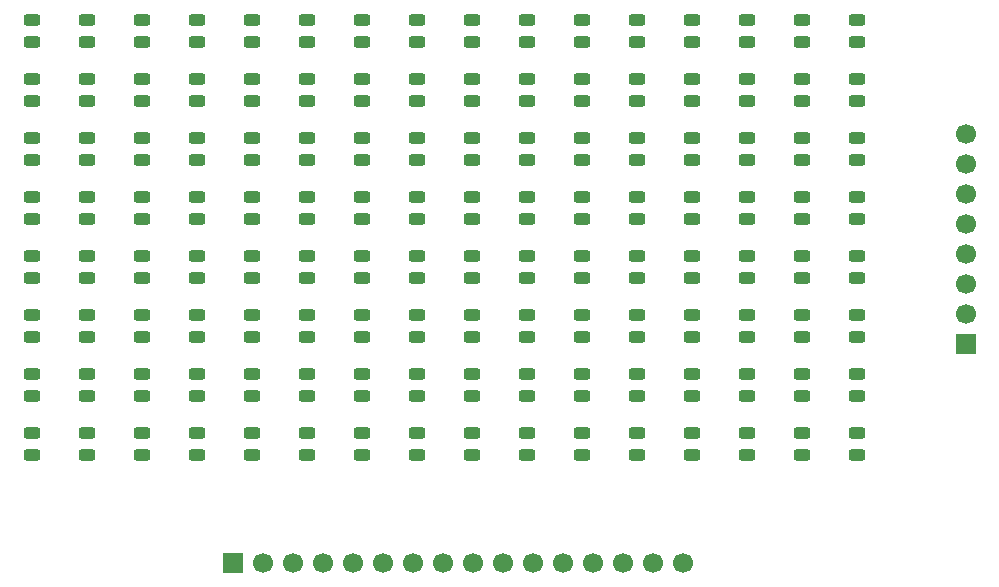
<source format=gbr>
%TF.GenerationSoftware,KiCad,Pcbnew,9.0.7-9.0.7~ubuntu24.04.1*%
%TF.CreationDate,2026-02-22T00:30:48+00:00*%
%TF.ProjectId,led-matrix,6c65642d-6d61-4747-9269-782e6b696361,rev?*%
%TF.SameCoordinates,Original*%
%TF.FileFunction,Soldermask,Top*%
%TF.FilePolarity,Negative*%
%FSLAX46Y46*%
G04 Gerber Fmt 4.6, Leading zero omitted, Abs format (unit mm)*
G04 Created by KiCad (PCBNEW 9.0.7-9.0.7~ubuntu24.04.1) date 2026-02-22 00:30:48*
%MOMM*%
%LPD*%
G01*
G04 APERTURE LIST*
G04 Aperture macros list*
%AMRoundRect*
0 Rectangle with rounded corners*
0 $1 Rounding radius*
0 $2 $3 $4 $5 $6 $7 $8 $9 X,Y pos of 4 corners*
0 Add a 4 corners polygon primitive as box body*
4,1,4,$2,$3,$4,$5,$6,$7,$8,$9,$2,$3,0*
0 Add four circle primitives for the rounded corners*
1,1,$1+$1,$2,$3*
1,1,$1+$1,$4,$5*
1,1,$1+$1,$6,$7*
1,1,$1+$1,$8,$9*
0 Add four rect primitives between the rounded corners*
20,1,$1+$1,$2,$3,$4,$5,0*
20,1,$1+$1,$4,$5,$6,$7,0*
20,1,$1+$1,$6,$7,$8,$9,0*
20,1,$1+$1,$8,$9,$2,$3,0*%
G04 Aperture macros list end*
%ADD10RoundRect,0.243750X0.456250X-0.243750X0.456250X0.243750X-0.456250X0.243750X-0.456250X-0.243750X0*%
%ADD11R,1.700000X1.700000*%
%ADD12C,1.700000*%
G04 APERTURE END LIST*
D10*
%TO.C,D10*%
X115381250Y-36900000D03*
X115381250Y-35025000D03*
%TD*%
D11*
%TO.C,U1*%
X152500000Y-62500000D03*
D12*
X152500000Y-59960000D03*
X152500000Y-57420000D03*
X152500000Y-54880000D03*
X152500000Y-52340000D03*
X152500000Y-49800000D03*
X152500000Y-47260000D03*
X152500000Y-44720000D03*
%TD*%
D10*
%TO.C,D55*%
X101408750Y-51891000D03*
X101408750Y-50016000D03*
%TD*%
%TO.C,D94*%
X134011250Y-61885000D03*
X134011250Y-60010000D03*
%TD*%
%TO.C,D77*%
X129353750Y-56888000D03*
X129353750Y-55013000D03*
%TD*%
%TO.C,D18*%
X78121250Y-41897000D03*
X78121250Y-40022000D03*
%TD*%
%TO.C,D69*%
X92093750Y-56888000D03*
X92093750Y-55013000D03*
%TD*%
%TO.C,D16*%
X143326250Y-36900000D03*
X143326250Y-35025000D03*
%TD*%
%TO.C,D45*%
X129353750Y-46894000D03*
X129353750Y-45019000D03*
%TD*%
%TO.C,D11*%
X120038750Y-36900000D03*
X120038750Y-35025000D03*
%TD*%
%TO.C,D118*%
X96751250Y-71879000D03*
X96751250Y-70004000D03*
%TD*%
%TO.C,D28*%
X124696250Y-41897000D03*
X124696250Y-40022000D03*
%TD*%
%TO.C,D125*%
X129353750Y-71879000D03*
X129353750Y-70004000D03*
%TD*%
%TO.C,D6*%
X96751250Y-36900000D03*
X96751250Y-35025000D03*
%TD*%
%TO.C,D114*%
X78121250Y-71879000D03*
X78121250Y-70004000D03*
%TD*%
%TO.C,D90*%
X115381250Y-61885000D03*
X115381250Y-60010000D03*
%TD*%
%TO.C,D109*%
X129353750Y-66882000D03*
X129353750Y-65007000D03*
%TD*%
%TO.C,D71*%
X101408750Y-56888000D03*
X101408750Y-55013000D03*
%TD*%
%TO.C,D12*%
X124696250Y-36900000D03*
X124696250Y-35025000D03*
%TD*%
%TO.C,D27*%
X120038750Y-41897000D03*
X120038750Y-40022000D03*
%TD*%
%TO.C,D121*%
X110723750Y-71879000D03*
X110723750Y-70004000D03*
%TD*%
%TO.C,D22*%
X96751250Y-41897000D03*
X96751250Y-40022000D03*
%TD*%
%TO.C,D52*%
X87436250Y-51891000D03*
X87436250Y-50016000D03*
%TD*%
%TO.C,D4*%
X87436250Y-36900000D03*
X87436250Y-35025000D03*
%TD*%
%TO.C,D17*%
X73463750Y-41897000D03*
X73463750Y-40022000D03*
%TD*%
%TO.C,D124*%
X124696250Y-71879000D03*
X124696250Y-70004000D03*
%TD*%
%TO.C,D74*%
X115381250Y-56888000D03*
X115381250Y-55013000D03*
%TD*%
%TO.C,D24*%
X106066250Y-41897000D03*
X106066250Y-40022000D03*
%TD*%
%TO.C,D113*%
X73463750Y-71879000D03*
X73463750Y-70004000D03*
%TD*%
%TO.C,D106*%
X115381250Y-66882000D03*
X115381250Y-65007000D03*
%TD*%
%TO.C,D107*%
X120038750Y-66882000D03*
X120038750Y-65007000D03*
%TD*%
%TO.C,D86*%
X96751250Y-61885000D03*
X96751250Y-60010000D03*
%TD*%
%TO.C,D57*%
X110723750Y-51891000D03*
X110723750Y-50016000D03*
%TD*%
%TO.C,D20*%
X87436250Y-41897000D03*
X87436250Y-40022000D03*
%TD*%
%TO.C,D122*%
X115381250Y-71879000D03*
X115381250Y-70004000D03*
%TD*%
%TO.C,D7*%
X101408750Y-36900000D03*
X101408750Y-35025000D03*
%TD*%
%TO.C,D89*%
X110723750Y-61885000D03*
X110723750Y-60010000D03*
%TD*%
%TO.C,D5*%
X92093750Y-36900000D03*
X92093750Y-35025000D03*
%TD*%
%TO.C,D82*%
X78121250Y-61885000D03*
X78121250Y-60010000D03*
%TD*%
%TO.C,D44*%
X124696250Y-46894000D03*
X124696250Y-45019000D03*
%TD*%
%TO.C,D81*%
X73463750Y-61885000D03*
X73463750Y-60010000D03*
%TD*%
%TO.C,D50*%
X78121250Y-51891000D03*
X78121250Y-50016000D03*
%TD*%
%TO.C,D128*%
X143326250Y-71879000D03*
X143326250Y-70004000D03*
%TD*%
%TO.C,D8*%
X106066250Y-36900000D03*
X106066250Y-35025000D03*
%TD*%
%TO.C,D54*%
X96751250Y-51891000D03*
X96751250Y-50016000D03*
%TD*%
%TO.C,D119*%
X101408750Y-71879000D03*
X101408750Y-70004000D03*
%TD*%
%TO.C,D76*%
X124696250Y-56888000D03*
X124696250Y-55013000D03*
%TD*%
%TO.C,D83*%
X82778750Y-61885000D03*
X82778750Y-60010000D03*
%TD*%
%TO.C,D95*%
X138668750Y-61885000D03*
X138668750Y-60010000D03*
%TD*%
%TO.C,D63*%
X138668750Y-51891000D03*
X138668750Y-50016000D03*
%TD*%
%TO.C,D120*%
X106066250Y-71879000D03*
X106066250Y-70004000D03*
%TD*%
%TO.C,D61*%
X129353750Y-51891000D03*
X129353750Y-50016000D03*
%TD*%
%TO.C,D53*%
X92093750Y-51891000D03*
X92093750Y-50016000D03*
%TD*%
%TO.C,D104*%
X106066250Y-66882000D03*
X106066250Y-65007000D03*
%TD*%
%TO.C,D66*%
X78121250Y-56888000D03*
X78121250Y-55013000D03*
%TD*%
%TO.C,D91*%
X120038750Y-61885000D03*
X120038750Y-60010000D03*
%TD*%
%TO.C,D36*%
X87436250Y-46894000D03*
X87436250Y-45019000D03*
%TD*%
%TO.C,D123*%
X120038750Y-71879000D03*
X120038750Y-70004000D03*
%TD*%
%TO.C,D99*%
X82778750Y-66882000D03*
X82778750Y-65007000D03*
%TD*%
%TO.C,D116*%
X87436250Y-71879000D03*
X87436250Y-70004000D03*
%TD*%
%TO.C,D30*%
X134011250Y-41897000D03*
X134011250Y-40022000D03*
%TD*%
%TO.C,D68*%
X87436250Y-56888000D03*
X87436250Y-55013000D03*
%TD*%
%TO.C,D31*%
X138668750Y-41897000D03*
X138668750Y-40022000D03*
%TD*%
%TO.C,D105*%
X110723750Y-66882000D03*
X110723750Y-65007000D03*
%TD*%
%TO.C,D88*%
X106066250Y-61885000D03*
X106066250Y-60010000D03*
%TD*%
%TO.C,D80*%
X143326250Y-56888000D03*
X143326250Y-55013000D03*
%TD*%
%TO.C,D47*%
X138668750Y-46894000D03*
X138668750Y-45019000D03*
%TD*%
%TO.C,D79*%
X138668750Y-56888000D03*
X138668750Y-55013000D03*
%TD*%
%TO.C,D108*%
X124696250Y-66882000D03*
X124696250Y-65007000D03*
%TD*%
%TO.C,D58*%
X115381250Y-51891000D03*
X115381250Y-50016000D03*
%TD*%
%TO.C,D62*%
X134011250Y-51891000D03*
X134011250Y-50016000D03*
%TD*%
%TO.C,D32*%
X143326250Y-41897000D03*
X143326250Y-40022000D03*
%TD*%
%TO.C,D102*%
X96751250Y-66882000D03*
X96751250Y-65007000D03*
%TD*%
%TO.C,D13*%
X129353750Y-36900000D03*
X129353750Y-35025000D03*
%TD*%
%TO.C,D35*%
X82778750Y-46894000D03*
X82778750Y-45019000D03*
%TD*%
%TO.C,D49*%
X73463750Y-51891000D03*
X73463750Y-50016000D03*
%TD*%
%TO.C,D103*%
X101408750Y-66882000D03*
X101408750Y-65007000D03*
%TD*%
%TO.C,D3*%
X82778750Y-36900000D03*
X82778750Y-35025000D03*
%TD*%
%TO.C,D37*%
X92093750Y-46894000D03*
X92093750Y-45019000D03*
%TD*%
%TO.C,D42*%
X115381250Y-46894000D03*
X115381250Y-45019000D03*
%TD*%
%TO.C,D56*%
X106066250Y-51891000D03*
X106066250Y-50016000D03*
%TD*%
%TO.C,D26*%
X115381250Y-41897000D03*
X115381250Y-40022000D03*
%TD*%
%TO.C,D23*%
X101408750Y-41897000D03*
X101408750Y-40022000D03*
%TD*%
%TO.C,D111*%
X138668750Y-66882000D03*
X138668750Y-65007000D03*
%TD*%
%TO.C,D51*%
X82778750Y-51891000D03*
X82778750Y-50016000D03*
%TD*%
D11*
%TO.C,U2*%
X90440000Y-81000000D03*
D12*
X92980000Y-81000000D03*
X95520000Y-81000000D03*
X98060000Y-81000000D03*
X100600000Y-81000000D03*
X103140000Y-81000000D03*
X105680000Y-81000000D03*
X108220000Y-81000000D03*
X110760000Y-81000000D03*
X113300000Y-81000000D03*
X115840000Y-81000000D03*
X118380000Y-81000000D03*
X120920000Y-81000000D03*
X123460000Y-81000000D03*
X126000000Y-81000000D03*
X128540000Y-81000000D03*
%TD*%
D10*
%TO.C,D72*%
X106066250Y-56888000D03*
X106066250Y-55013000D03*
%TD*%
%TO.C,D25*%
X110723750Y-41897000D03*
X110723750Y-40022000D03*
%TD*%
%TO.C,D100*%
X87436250Y-66882000D03*
X87436250Y-65007000D03*
%TD*%
%TO.C,D46*%
X134011250Y-46894000D03*
X134011250Y-45019000D03*
%TD*%
%TO.C,D127*%
X138668750Y-71879000D03*
X138668750Y-70004000D03*
%TD*%
%TO.C,D41*%
X110723750Y-46894000D03*
X110723750Y-45019000D03*
%TD*%
%TO.C,D1*%
X73463750Y-36900000D03*
X73463750Y-35025000D03*
%TD*%
%TO.C,D60*%
X124696250Y-51891000D03*
X124696250Y-50016000D03*
%TD*%
%TO.C,D101*%
X92093750Y-66882000D03*
X92093750Y-65007000D03*
%TD*%
%TO.C,D29*%
X129353750Y-41897000D03*
X129353750Y-40022000D03*
%TD*%
%TO.C,D43*%
X120038750Y-46894000D03*
X120038750Y-45019000D03*
%TD*%
%TO.C,D93*%
X129353750Y-61885000D03*
X129353750Y-60010000D03*
%TD*%
%TO.C,D67*%
X82778750Y-56888000D03*
X82778750Y-55013000D03*
%TD*%
%TO.C,D73*%
X110723750Y-56888000D03*
X110723750Y-55013000D03*
%TD*%
%TO.C,D14*%
X134011250Y-36900000D03*
X134011250Y-35025000D03*
%TD*%
%TO.C,D110*%
X134011250Y-66882000D03*
X134011250Y-65007000D03*
%TD*%
%TO.C,D96*%
X143326250Y-61885000D03*
X143326250Y-60010000D03*
%TD*%
%TO.C,D19*%
X82778750Y-41897000D03*
X82778750Y-40022000D03*
%TD*%
%TO.C,D33*%
X73463750Y-46894000D03*
X73463750Y-45019000D03*
%TD*%
%TO.C,D9*%
X110723750Y-36900000D03*
X110723750Y-35025000D03*
%TD*%
%TO.C,D84*%
X87436250Y-61885000D03*
X87436250Y-60010000D03*
%TD*%
%TO.C,D126*%
X134011250Y-71879000D03*
X134011250Y-70004000D03*
%TD*%
%TO.C,D78*%
X134011250Y-56888000D03*
X134011250Y-55013000D03*
%TD*%
%TO.C,D21*%
X92093750Y-41897000D03*
X92093750Y-40022000D03*
%TD*%
%TO.C,D98*%
X78121250Y-66882000D03*
X78121250Y-65007000D03*
%TD*%
%TO.C,D59*%
X120038750Y-51891000D03*
X120038750Y-50016000D03*
%TD*%
%TO.C,D87*%
X101408750Y-61885000D03*
X101408750Y-60010000D03*
%TD*%
%TO.C,D65*%
X73463750Y-56888000D03*
X73463750Y-55013000D03*
%TD*%
%TO.C,D115*%
X82778750Y-71879000D03*
X82778750Y-70004000D03*
%TD*%
%TO.C,D92*%
X124696250Y-61885000D03*
X124696250Y-60010000D03*
%TD*%
%TO.C,D112*%
X143326250Y-66882000D03*
X143326250Y-65007000D03*
%TD*%
%TO.C,D64*%
X143326250Y-51891000D03*
X143326250Y-50016000D03*
%TD*%
%TO.C,D15*%
X138668750Y-36900000D03*
X138668750Y-35025000D03*
%TD*%
%TO.C,D2*%
X78121250Y-36900000D03*
X78121250Y-35025000D03*
%TD*%
%TO.C,D40*%
X106066250Y-46894000D03*
X106066250Y-45019000D03*
%TD*%
%TO.C,D75*%
X120038750Y-56888000D03*
X120038750Y-55013000D03*
%TD*%
%TO.C,D70*%
X96751250Y-56888000D03*
X96751250Y-55013000D03*
%TD*%
%TO.C,D48*%
X143326250Y-46894000D03*
X143326250Y-45019000D03*
%TD*%
%TO.C,D34*%
X78121250Y-46894000D03*
X78121250Y-45019000D03*
%TD*%
%TO.C,D97*%
X73463750Y-66882000D03*
X73463750Y-65007000D03*
%TD*%
%TO.C,D85*%
X92093750Y-61885000D03*
X92093750Y-60010000D03*
%TD*%
%TO.C,D38*%
X96751250Y-46894000D03*
X96751250Y-45019000D03*
%TD*%
%TO.C,D39*%
X101408750Y-46894000D03*
X101408750Y-45019000D03*
%TD*%
%TO.C,D117*%
X92093750Y-71879000D03*
X92093750Y-70004000D03*
%TD*%
M02*

</source>
